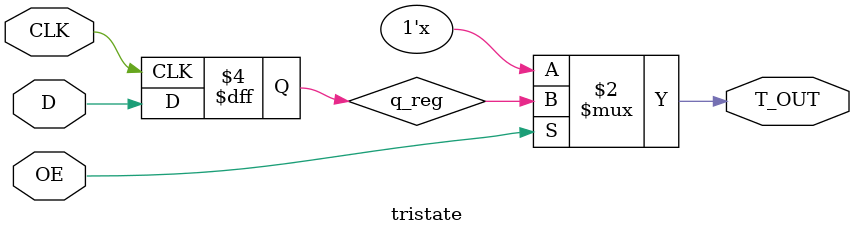
<source format=v>
 `timescale 1ns/1ps

module tristate (
  input D,
  input CLK,
  input OE,
  output T_OUT
);

  reg q_reg = 1'b0;

  always @(posedge CLK)
    q_reg <= D;
  
  assign T_OUT = OE ? q_reg : 1'bz;
	
endmodule
</source>
